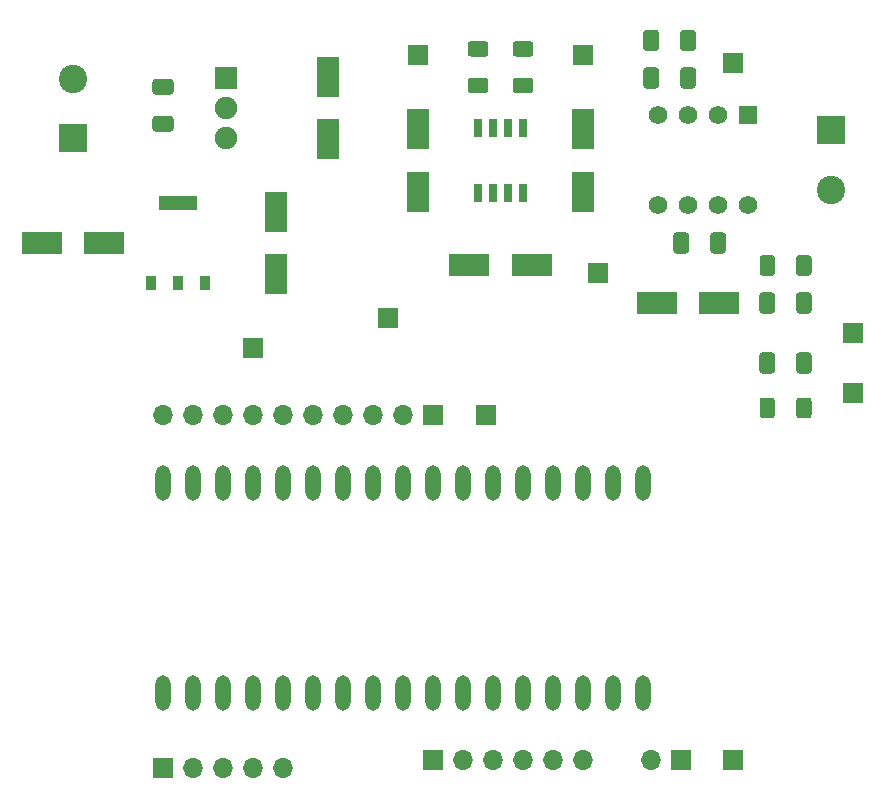
<source format=gbr>
G04 #@! TF.GenerationSoftware,KiCad,Pcbnew,(5.1.7)-1*
G04 #@! TF.CreationDate,2020-10-18T11:25:50+11:00*
G04 #@! TF.ProjectId,RX,52582e6b-6963-4616-945f-706362585858,rev?*
G04 #@! TF.SameCoordinates,Original*
G04 #@! TF.FileFunction,Soldermask,Top*
G04 #@! TF.FilePolarity,Negative*
%FSLAX46Y46*%
G04 Gerber Fmt 4.6, Leading zero omitted, Abs format (unit mm)*
G04 Created by KiCad (PCBNEW (5.1.7)-1) date 2020-10-18 11:25:50*
%MOMM*%
%LPD*%
G01*
G04 APERTURE LIST*
%ADD10R,2.400000X2.400000*%
%ADD11C,2.400000*%
%ADD12R,1.700000X1.700000*%
%ADD13O,1.700000X1.700000*%
%ADD14R,1.905000X1.905000*%
%ADD15C,1.905000*%
%ADD16O,1.300000X3.000000*%
%ADD17R,3.500000X1.850000*%
%ADD18R,1.850000X3.500000*%
%ADD19R,0.950000X1.250000*%
%ADD20R,3.200000X1.250000*%
%ADD21R,0.650000X1.525000*%
%ADD22C,1.575000*%
%ADD23R,1.575000X1.575000*%
G04 APERTURE END LIST*
D10*
X168275000Y-48895000D03*
D11*
X168275000Y-53895000D03*
D12*
X111760000Y-102870000D03*
D13*
X114300000Y-102870000D03*
X116840000Y-102870000D03*
X119380000Y-102870000D03*
X121920000Y-102870000D03*
D14*
X117094000Y-44450000D03*
D15*
X117094000Y-46990000D03*
X117094000Y-49530000D03*
D16*
X152400000Y-96512380D03*
X152400000Y-78732380D03*
X149860000Y-96520000D03*
X149860000Y-78740000D03*
X147320000Y-96520000D03*
X147320000Y-78740000D03*
X144780000Y-96512380D03*
X144780000Y-78740000D03*
X142240000Y-96512380D03*
X142240000Y-78740000D03*
X139700000Y-96520000D03*
X139700000Y-78740000D03*
X137160000Y-96512380D03*
X137160000Y-78740000D03*
X134620000Y-96520000D03*
X134620000Y-78732380D03*
X132080000Y-96512380D03*
X132080000Y-78732380D03*
X129540000Y-96512380D03*
X129540000Y-78732380D03*
X127000000Y-96512380D03*
X127000000Y-78732380D03*
X124460000Y-96512380D03*
X124460000Y-78740000D03*
X121920000Y-96512380D03*
X121920000Y-78732380D03*
X119380000Y-96520000D03*
X119380000Y-78732380D03*
X116840000Y-96512380D03*
X116840000Y-78740000D03*
X114300000Y-96512380D03*
X114300000Y-78740000D03*
X111760000Y-96520000D03*
X111760000Y-78740000D03*
D17*
X101490000Y-58420000D03*
X106790000Y-58420000D03*
D18*
X125730000Y-49640000D03*
X125730000Y-44340000D03*
X121285000Y-61070000D03*
X121285000Y-55770000D03*
D19*
X110730000Y-61820000D03*
X113030000Y-61820000D03*
X115330000Y-61820000D03*
D20*
X113030000Y-55020000D03*
D10*
X104140000Y-49530000D03*
D11*
X104140000Y-44530000D03*
D12*
X139065000Y-73025000D03*
X160020000Y-102235000D03*
X134620000Y-102235000D03*
D13*
X137160000Y-102235000D03*
X139700000Y-102235000D03*
X142240000Y-102235000D03*
X144780000Y-102235000D03*
X147320000Y-102235000D03*
D12*
X134620000Y-73025000D03*
D13*
X132080000Y-73025000D03*
X129540000Y-73025000D03*
X127000000Y-73025000D03*
X124460000Y-73025000D03*
X121920000Y-73025000D03*
X119380000Y-73025000D03*
X116840000Y-73025000D03*
X114300000Y-73025000D03*
X111760000Y-73025000D03*
D12*
X155575000Y-102235000D03*
D13*
X153035000Y-102235000D03*
D12*
X170180000Y-71120000D03*
X130810000Y-64770000D03*
X170180000Y-66040000D03*
X148590000Y-60960000D03*
X147320000Y-42545000D03*
G36*
G01*
X112410001Y-45872500D02*
X111109999Y-45872500D01*
G75*
G02*
X110860000Y-45622501I0J249999D01*
G01*
X110860000Y-44797499D01*
G75*
G02*
X111109999Y-44547500I249999J0D01*
G01*
X112410001Y-44547500D01*
G75*
G02*
X112660000Y-44797499I0J-249999D01*
G01*
X112660000Y-45622501D01*
G75*
G02*
X112410001Y-45872500I-249999J0D01*
G01*
G37*
G36*
G01*
X112410001Y-48997500D02*
X111109999Y-48997500D01*
G75*
G02*
X110860000Y-48747501I0J249999D01*
G01*
X110860000Y-47922499D01*
G75*
G02*
X111109999Y-47672500I249999J0D01*
G01*
X112410001Y-47672500D01*
G75*
G02*
X112660000Y-47922499I0J-249999D01*
G01*
X112660000Y-48747501D01*
G75*
G02*
X112410001Y-48997500I-249999J0D01*
G01*
G37*
G36*
G01*
X159412500Y-57769999D02*
X159412500Y-59070001D01*
G75*
G02*
X159162501Y-59320000I-249999J0D01*
G01*
X158337499Y-59320000D01*
G75*
G02*
X158087500Y-59070001I0J249999D01*
G01*
X158087500Y-57769999D01*
G75*
G02*
X158337499Y-57520000I249999J0D01*
G01*
X159162501Y-57520000D01*
G75*
G02*
X159412500Y-57769999I0J-249999D01*
G01*
G37*
G36*
G01*
X156287500Y-57769999D02*
X156287500Y-59070001D01*
G75*
G02*
X156037501Y-59320000I-249999J0D01*
G01*
X155212499Y-59320000D01*
G75*
G02*
X154962500Y-59070001I0J249999D01*
G01*
X154962500Y-57769999D01*
G75*
G02*
X155212499Y-57520000I249999J0D01*
G01*
X156037501Y-57520000D01*
G75*
G02*
X156287500Y-57769999I0J-249999D01*
G01*
G37*
G36*
G01*
X153747500Y-43799999D02*
X153747500Y-45100001D01*
G75*
G02*
X153497501Y-45350000I-249999J0D01*
G01*
X152672499Y-45350000D01*
G75*
G02*
X152422500Y-45100001I0J249999D01*
G01*
X152422500Y-43799999D01*
G75*
G02*
X152672499Y-43550000I249999J0D01*
G01*
X153497501Y-43550000D01*
G75*
G02*
X153747500Y-43799999I0J-249999D01*
G01*
G37*
G36*
G01*
X156872500Y-43799999D02*
X156872500Y-45100001D01*
G75*
G02*
X156622501Y-45350000I-249999J0D01*
G01*
X155797499Y-45350000D01*
G75*
G02*
X155547500Y-45100001I0J249999D01*
G01*
X155547500Y-43799999D01*
G75*
G02*
X155797499Y-43550000I249999J0D01*
G01*
X156622501Y-43550000D01*
G75*
G02*
X156872500Y-43799999I0J-249999D01*
G01*
G37*
G36*
G01*
X139055000Y-42635000D02*
X137805000Y-42635000D01*
G75*
G02*
X137555000Y-42385000I0J250000D01*
G01*
X137555000Y-41585000D01*
G75*
G02*
X137805000Y-41335000I250000J0D01*
G01*
X139055000Y-41335000D01*
G75*
G02*
X139305000Y-41585000I0J-250000D01*
G01*
X139305000Y-42385000D01*
G75*
G02*
X139055000Y-42635000I-250000J0D01*
G01*
G37*
G36*
G01*
X139055000Y-45735000D02*
X137805000Y-45735000D01*
G75*
G02*
X137555000Y-45485000I0J250000D01*
G01*
X137555000Y-44685000D01*
G75*
G02*
X137805000Y-44435000I250000J0D01*
G01*
X139055000Y-44435000D01*
G75*
G02*
X139305000Y-44685000I0J-250000D01*
G01*
X139305000Y-45485000D01*
G75*
G02*
X139055000Y-45735000I-250000J0D01*
G01*
G37*
G36*
G01*
X141615000Y-41335000D02*
X142865000Y-41335000D01*
G75*
G02*
X143115000Y-41585000I0J-250000D01*
G01*
X143115000Y-42385000D01*
G75*
G02*
X142865000Y-42635000I-250000J0D01*
G01*
X141615000Y-42635000D01*
G75*
G02*
X141365000Y-42385000I0J250000D01*
G01*
X141365000Y-41585000D01*
G75*
G02*
X141615000Y-41335000I250000J0D01*
G01*
G37*
G36*
G01*
X141615000Y-44435000D02*
X142865000Y-44435000D01*
G75*
G02*
X143115000Y-44685000I0J-250000D01*
G01*
X143115000Y-45485000D01*
G75*
G02*
X142865000Y-45735000I-250000J0D01*
G01*
X141615000Y-45735000D01*
G75*
G02*
X141365000Y-45485000I0J250000D01*
G01*
X141365000Y-44685000D01*
G75*
G02*
X141615000Y-44435000I250000J0D01*
G01*
G37*
D18*
X133350000Y-54085000D03*
X133350000Y-48785000D03*
D17*
X158860000Y-63500000D03*
X153560000Y-63500000D03*
G36*
G01*
X156872500Y-40624999D02*
X156872500Y-41925001D01*
G75*
G02*
X156622501Y-42175000I-249999J0D01*
G01*
X155797499Y-42175000D01*
G75*
G02*
X155547500Y-41925001I0J249999D01*
G01*
X155547500Y-40624999D01*
G75*
G02*
X155797499Y-40375000I249999J0D01*
G01*
X156622501Y-40375000D01*
G75*
G02*
X156872500Y-40624999I0J-249999D01*
G01*
G37*
G36*
G01*
X153747500Y-40624999D02*
X153747500Y-41925001D01*
G75*
G02*
X153497501Y-42175000I-249999J0D01*
G01*
X152672499Y-42175000D01*
G75*
G02*
X152422500Y-41925001I0J249999D01*
G01*
X152422500Y-40624999D01*
G75*
G02*
X152672499Y-40375000I249999J0D01*
G01*
X153497501Y-40375000D01*
G75*
G02*
X153747500Y-40624999I0J-249999D01*
G01*
G37*
X137685000Y-60325000D03*
X142985000Y-60325000D03*
D18*
X147320000Y-48785000D03*
X147320000Y-54085000D03*
D12*
X119380000Y-67310000D03*
G36*
G01*
X163565000Y-62849999D02*
X163565000Y-64150001D01*
G75*
G02*
X163315001Y-64400000I-249999J0D01*
G01*
X162489999Y-64400000D01*
G75*
G02*
X162240000Y-64150001I0J249999D01*
G01*
X162240000Y-62849999D01*
G75*
G02*
X162489999Y-62600000I249999J0D01*
G01*
X163315001Y-62600000D01*
G75*
G02*
X163565000Y-62849999I0J-249999D01*
G01*
G37*
G36*
G01*
X166690000Y-62849999D02*
X166690000Y-64150001D01*
G75*
G02*
X166440001Y-64400000I-249999J0D01*
G01*
X165614999Y-64400000D01*
G75*
G02*
X165365000Y-64150001I0J249999D01*
G01*
X165365000Y-62849999D01*
G75*
G02*
X165614999Y-62600000I249999J0D01*
G01*
X166440001Y-62600000D01*
G75*
G02*
X166690000Y-62849999I0J-249999D01*
G01*
G37*
G36*
G01*
X166690000Y-67929999D02*
X166690000Y-69230001D01*
G75*
G02*
X166440001Y-69480000I-249999J0D01*
G01*
X165614999Y-69480000D01*
G75*
G02*
X165365000Y-69230001I0J249999D01*
G01*
X165365000Y-67929999D01*
G75*
G02*
X165614999Y-67680000I249999J0D01*
G01*
X166440001Y-67680000D01*
G75*
G02*
X166690000Y-67929999I0J-249999D01*
G01*
G37*
G36*
G01*
X163565000Y-67929999D02*
X163565000Y-69230001D01*
G75*
G02*
X163315001Y-69480000I-249999J0D01*
G01*
X162489999Y-69480000D01*
G75*
G02*
X162240000Y-69230001I0J249999D01*
G01*
X162240000Y-67929999D01*
G75*
G02*
X162489999Y-67680000I249999J0D01*
G01*
X163315001Y-67680000D01*
G75*
G02*
X163565000Y-67929999I0J-249999D01*
G01*
G37*
X133350000Y-42545000D03*
D21*
X138430000Y-54147000D03*
X139700000Y-54147000D03*
X140970000Y-54147000D03*
X142240000Y-54147000D03*
X142240000Y-48723000D03*
X140970000Y-48723000D03*
X139700000Y-48723000D03*
X138430000Y-48723000D03*
D22*
X161290000Y-55245000D03*
X158750000Y-55245000D03*
X156210000Y-55245000D03*
X153670000Y-55245000D03*
X153670000Y-47625000D03*
X156210000Y-47625000D03*
X158750000Y-47625000D03*
D23*
X161290000Y-47625000D03*
D12*
X160020000Y-43180000D03*
G36*
G01*
X166665000Y-59700000D02*
X166665000Y-60950000D01*
G75*
G02*
X166415000Y-61200000I-250000J0D01*
G01*
X165615000Y-61200000D01*
G75*
G02*
X165365000Y-60950000I0J250000D01*
G01*
X165365000Y-59700000D01*
G75*
G02*
X165615000Y-59450000I250000J0D01*
G01*
X166415000Y-59450000D01*
G75*
G02*
X166665000Y-59700000I0J-250000D01*
G01*
G37*
G36*
G01*
X163565000Y-59700000D02*
X163565000Y-60950000D01*
G75*
G02*
X163315000Y-61200000I-250000J0D01*
G01*
X162515000Y-61200000D01*
G75*
G02*
X162265000Y-60950000I0J250000D01*
G01*
X162265000Y-59700000D01*
G75*
G02*
X162515000Y-59450000I250000J0D01*
G01*
X163315000Y-59450000D01*
G75*
G02*
X163565000Y-59700000I0J-250000D01*
G01*
G37*
G36*
G01*
X163565000Y-71765000D02*
X163565000Y-73015000D01*
G75*
G02*
X163315000Y-73265000I-250000J0D01*
G01*
X162515000Y-73265000D01*
G75*
G02*
X162265000Y-73015000I0J250000D01*
G01*
X162265000Y-71765000D01*
G75*
G02*
X162515000Y-71515000I250000J0D01*
G01*
X163315000Y-71515000D01*
G75*
G02*
X163565000Y-71765000I0J-250000D01*
G01*
G37*
G36*
G01*
X166665000Y-71765000D02*
X166665000Y-73015000D01*
G75*
G02*
X166415000Y-73265000I-250000J0D01*
G01*
X165615000Y-73265000D01*
G75*
G02*
X165365000Y-73015000I0J250000D01*
G01*
X165365000Y-71765000D01*
G75*
G02*
X165615000Y-71515000I250000J0D01*
G01*
X166415000Y-71515000D01*
G75*
G02*
X166665000Y-71765000I0J-250000D01*
G01*
G37*
M02*

</source>
